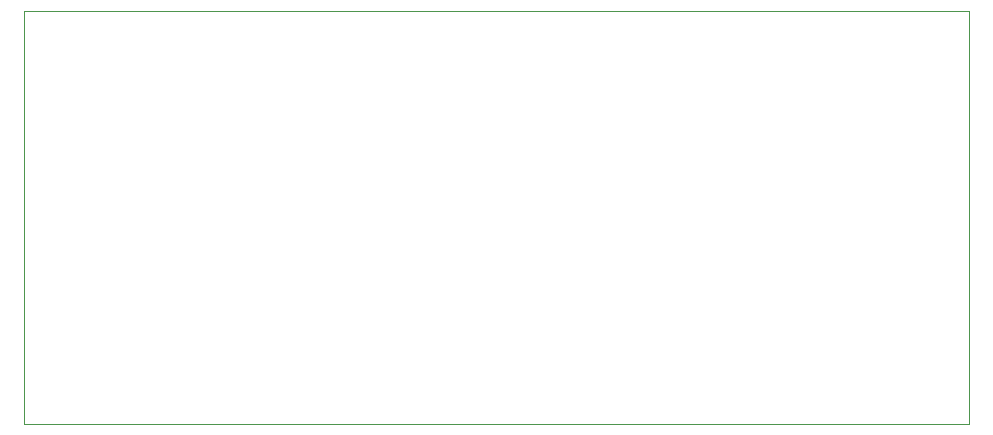
<source format=gbr>
G04 #@! TF.GenerationSoftware,KiCad,Pcbnew,6.0.9-8da3e8f707~117~ubuntu20.04.1*
G04 #@! TF.CreationDate,2022-12-15T16:30:46+01:00*
G04 #@! TF.ProjectId,picsyle-R_motion_915,70696373-796c-4652-9d52-5f6d6f74696f,rev?*
G04 #@! TF.SameCoordinates,Original*
G04 #@! TF.FileFunction,Profile,NP*
%FSLAX46Y46*%
G04 Gerber Fmt 4.6, Leading zero omitted, Abs format (unit mm)*
G04 Created by KiCad (PCBNEW 6.0.9-8da3e8f707~117~ubuntu20.04.1) date 2022-12-15 16:30:46*
%MOMM*%
%LPD*%
G01*
G04 APERTURE LIST*
G04 #@! TA.AperFunction,Profile*
%ADD10C,0.100000*%
G04 #@! TD*
G04 APERTURE END LIST*
D10*
X29790000Y-41350000D02*
X109790000Y-41350000D01*
X109790000Y-76350000D02*
X29790000Y-76350000D01*
X29790000Y-76350000D02*
X29790000Y-41350000D01*
X109790000Y-76350000D02*
X109790000Y-41350000D01*
M02*

</source>
